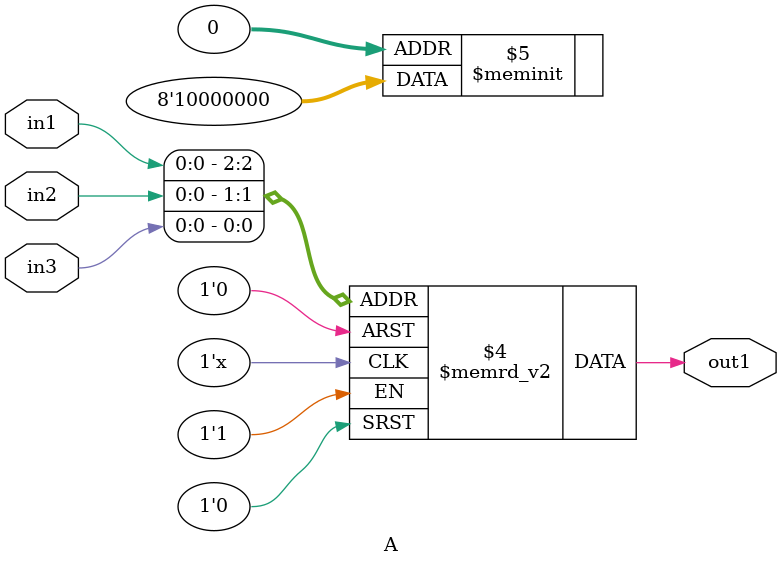
<source format=v>
module A(output out1,  input in1, in2, in3);
  always@(in1,in2,in3)
    begin
      case({in1,in2,in3})
        3'b000: {out1} = 1'b0;
        3'b001: {out1} = 1'b0;
        3'b010: {out1} = 1'b0;
        3'b011: {out1} = 1'b0;
	3'b100: {out1} = 1'b0;
	3'b101: {out1} = 1'b0;
	3'b110: {out1} = 1'b0;
	3'b111: {out1} = 1'b1;
      endcase
    end
endmodule

</source>
